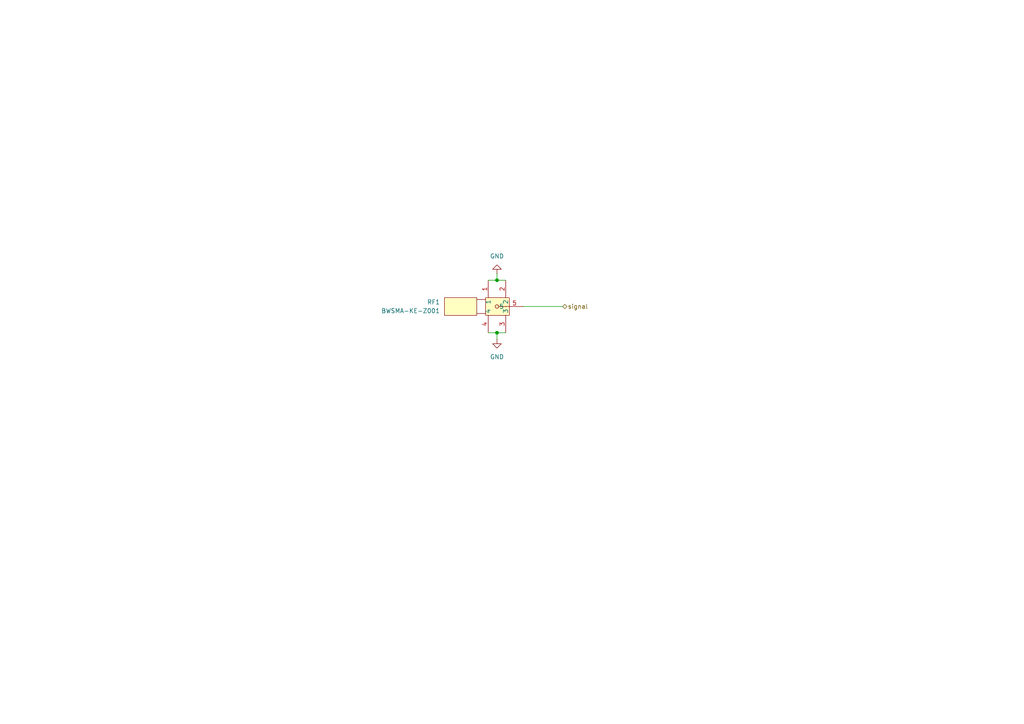
<source format=kicad_sch>
(kicad_sch (version 20250114) (generator "eeschema") (generator_version "9.0")
  (paper "A4")
  (lib_symbols
    (symbol "easyeda2kicad:BWSMA-KE-Z001"
      (property "Reference" "RF" (at 0 12.7 0))
      (property "Value" "BWSMA-KE-Z001" (at 0 -12.7 0))
      (symbol "BWSMA-KE-Z001_0_1"
        (rectangle (start -12.7 2.54) (end -3.3 -2.54) (fill (type background)))
        (polyline (pts (xy -3.3 2.03) (xy -0.76 2.03)))
        (polyline (pts (xy -3.3 -2.03) (xy -0.76 -2.03)))
        (rectangle (start -0.76 2.54) (end 6.1 -2.54) (fill (type background)))
        (circle (center 2.54 0) (radius 0.51))
        (polyline (pts (xy 3.05 0) (xy 5.08 0)))
        (pin unspecified line (at 0 7.62 270) (length 5.08) (name "1") (number "1"))
        (pin unspecified line (at 0 -7.62 90) (length 5.08) (name "4") (number "4"))
        (pin unspecified line (at 5.08 7.62 270) (length 5.08) (name "2") (number "2"))
        (pin unspecified line (at 5.08 -7.62 90) (length 5.08) (name "3") (number "3"))
        (pin unspecified line (at 10.16 0 180) (length 5.08) (name "5") (number "5"))
      )
    )
    (symbol "power:GND" (power) (pin_numbers (hide yes)) (pin_names (offset 0) (hide yes))
      (property "Value" "GND" (at 0 -3.81 0))
      (symbol "GND_0_1"
        (polyline (pts (xy 0 0) (xy 0 -1.27) (xy 1.27 -1.27) (xy 0 -2.54) (xy -1.27 -1.27) (xy 0 -1.27)))
      )
      (symbol "GND_1_1"
        (pin power_in line (at 0 0 270) (length 0) (name "~") (number "1"))
      )
    )
  )
  (junction (at 144.145 96.52))
  (junction (at 144.145 81.28))
  (wire (pts (xy 141.605 96.52) (xy 144.145 96.52)))
  (wire (pts (xy 144.145 96.52) (xy 146.685 96.52)))
  (wire (pts (xy 151.765 88.9) (xy 163.195 88.9)))
  (wire (pts (xy 144.145 81.28) (xy 146.685 81.28)))
  (wire (pts (xy 144.145 81.28) (xy 144.145 79.375)))
  (wire (pts (xy 141.605 81.28) (xy 144.145 81.28)))
  (wire (pts (xy 144.145 98.425) (xy 144.145 96.52)))
  (hierarchical_label "signal" (shape bidirectional) (at 163.195 88.9 0))
  (symbol (lib_id "power:GND") (at 144.145 79.375 180) (unit 1)
    (property "Reference" "#PWR09" (effects (hide yes)))
    (property "Value" "GND" (at 144.145 74.295 0))
    (property "Description" "Power symbol creates a global label with name \"GND\" , ground" (effects (hide yes)))
  )
  (symbol (lib_id "easyeda2kicad:BWSMA-KE-Z001") (at 141.605 88.9 0) (unit 1)
    (property "Reference" "RF1" (at 127.635 87.6299 0) (effects (justify right)))
    (property "Value" "BWSMA-KE-Z001" (at 127.635 90.1699 0) (effects (justify right)))
    (property "Footprint" "easyeda2kicad:SMA-TH_BWSMA-KE-Z001" (effects (hide yes)))
    (property "Datasheet" "https://lcsc.com/product-detail/New-Arrivals_BAT-WIRELESS-BWSMA-KE-Z001_C496549.html" (effects (hide yes)))
    (property "LCSC Part" "C496549" (effects (hide yes)))
  )
  (symbol (lib_id "power:GND") (at 144.145 98.425 0) (unit 1)
    (property "Reference" "#PWR010" (effects (hide yes)))
    (property "Value" "GND" (at 144.145 103.505 0))
    (property "Description" "Power symbol creates a global label with name \"GND\" , ground" (effects (hide yes)))
  )
)
</source>
